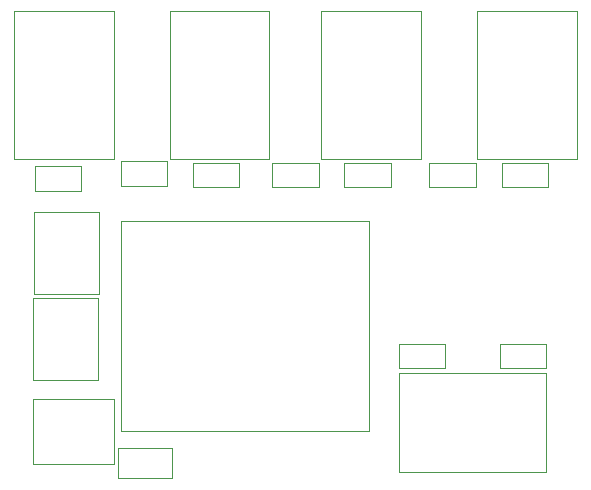
<source format=gbr>
%TF.GenerationSoftware,KiCad,Pcbnew,9.0.2*%
%TF.CreationDate,2025-08-28T12:16:00+10:00*%
%TF.ProjectId,fsr_left,6673725f-6c65-4667-942e-6b696361645f,rev?*%
%TF.SameCoordinates,Original*%
%TF.FileFunction,Other,User*%
%FSLAX46Y46*%
G04 Gerber Fmt 4.6, Leading zero omitted, Abs format (unit mm)*
G04 Created by KiCad (PCBNEW 9.0.2) date 2025-08-28 12:16:00*
%MOMM*%
%LPD*%
G01*
G04 APERTURE LIST*
%ADD10C,0.050000*%
G04 APERTURE END LIST*
D10*
%TO.C,JMid1*%
X165400000Y-63445000D02*
X165400000Y-75955000D01*
X165400000Y-75955000D02*
X173800000Y-75955000D01*
X173800000Y-63445000D02*
X165400000Y-63445000D01*
X173800000Y-75955000D02*
X173800000Y-63445000D01*
%TO.C,JRin1*%
X152600000Y-63445000D02*
X152600000Y-75955000D01*
X152600000Y-75955000D02*
X161000000Y-75955000D01*
X161000000Y-63445000D02*
X152600000Y-63445000D01*
X161000000Y-75955000D02*
X161000000Y-63445000D01*
%TO.C,RMid2*%
X165155000Y-78350000D02*
X161245000Y-78350000D01*
X161245000Y-76250000D01*
X165155000Y-76250000D01*
X165155000Y-78350000D01*
%TO.C,U1*%
X148468500Y-99000000D02*
X169443500Y-99000000D01*
X169443500Y-81200000D01*
X148468500Y-81200000D01*
X148468500Y-99000000D01*
%TO.C,RRin2*%
X152355000Y-78250000D02*
X148445000Y-78250000D01*
X148445000Y-76150000D01*
X152355000Y-76150000D01*
X152355000Y-78250000D01*
%TO.C,SW2*%
X141000000Y-87750000D02*
X141000000Y-94650000D01*
X141000000Y-94650000D02*
X146500000Y-94650000D01*
X146500000Y-87750000D02*
X141000000Y-87750000D01*
X146500000Y-94650000D02*
X146500000Y-87750000D01*
%TO.C,RMid1*%
X167345000Y-76250000D02*
X171255000Y-76250000D01*
X171255000Y-78350000D01*
X167345000Y-78350000D01*
X167345000Y-76250000D01*
%TO.C,bat2*%
X140950000Y-96300000D02*
X140950000Y-101800000D01*
X140950000Y-101800000D02*
X147850000Y-101800000D01*
X147850000Y-96300000D02*
X140950000Y-96300000D01*
X147850000Y-101800000D02*
X147850000Y-96300000D01*
%TO.C,JTh1*%
X171935000Y-94020000D02*
X171935000Y-102420000D01*
X171935000Y-102420000D02*
X184445000Y-102420000D01*
X184445000Y-94020000D02*
X171935000Y-94020000D01*
X184445000Y-102420000D02*
X184445000Y-94020000D01*
%TO.C,C2*%
X148150000Y-100450000D02*
X152750000Y-100450000D01*
X152750000Y-102950000D01*
X148150000Y-102950000D01*
X148150000Y-100450000D01*
%TO.C,bat4*%
X141050000Y-80450000D02*
X141050000Y-87350000D01*
X141050000Y-87350000D02*
X146550000Y-87350000D01*
X146550000Y-80450000D02*
X141050000Y-80450000D01*
X146550000Y-87350000D02*
X146550000Y-80450000D01*
%TO.C,RRin1*%
X154545000Y-76250000D02*
X158455000Y-76250000D01*
X158455000Y-78350000D01*
X154545000Y-78350000D01*
X154545000Y-76250000D01*
%TO.C,RPin1*%
X141145000Y-76550000D02*
X145055000Y-76550000D01*
X145055000Y-78650000D01*
X141145000Y-78650000D01*
X141145000Y-76550000D01*
%TO.C,JIn1*%
X178600000Y-63445000D02*
X178600000Y-75955000D01*
X178600000Y-75955000D02*
X187000000Y-75955000D01*
X187000000Y-63445000D02*
X178600000Y-63445000D01*
X187000000Y-75955000D02*
X187000000Y-63445000D01*
%TO.C,RTh1*%
X175845000Y-93670000D02*
X171935000Y-93670000D01*
X171935000Y-91570000D01*
X175845000Y-91570000D01*
X175845000Y-93670000D01*
%TO.C,RTh2*%
X184445000Y-93670000D02*
X180535000Y-93670000D01*
X180535000Y-91570000D01*
X184445000Y-91570000D01*
X184445000Y-93670000D01*
%TO.C,RIn2*%
X178450000Y-78350000D02*
X174540000Y-78350000D01*
X174540000Y-76250000D01*
X178450000Y-76250000D01*
X178450000Y-78350000D01*
%TO.C,RIn1*%
X180645000Y-76250000D02*
X184555000Y-76250000D01*
X184555000Y-78350000D01*
X180645000Y-78350000D01*
X180645000Y-76250000D01*
%TO.C,JPin1*%
X139400000Y-63445000D02*
X139400000Y-75955000D01*
X139400000Y-75955000D02*
X147800000Y-75955000D01*
X147800000Y-63445000D02*
X139400000Y-63445000D01*
X147800000Y-75955000D02*
X147800000Y-63445000D01*
%TD*%
M02*

</source>
